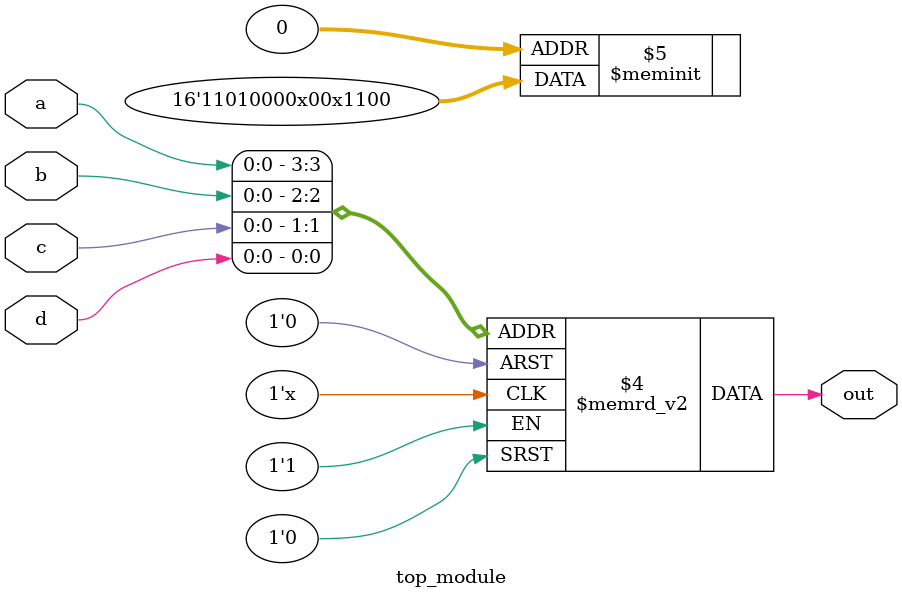
<source format=sv>
module top_module (
	input a, 
	input b,
	input c,
	input d,
	output reg out
);
    always @* begin
        case({a, b, c, d})
        
            4'b0000, 4'b0001, 4'b0101, 4'b0110:
                out = 1'b0;
                
            4'b0011, 4'b0010, 4'b1100, 4'b1111, 4'b1110:
                out = 1'b1;
                
            4'b0100, 4'b0111, 4'b0111:
                out = 1'bx;
                
            default:
                out = 1'b0;
        endcase
    end
endmodule

</source>
